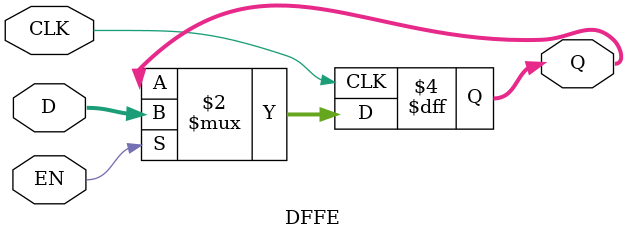
<source format=sv>
module DFFE #(
    parameter Width = 8
) (
    input wire CLK,
    input wire EN,
    input wire [Width-1:0] D,
    output reg [Width-1:0] Q
);

  always @(posedge CLK) begin : dff
    if (EN) begin
      Q <= D;
    end
  end

`ifndef SYNTHESIS

  DFFUncertainChecker #(
      .Width(Width)
  ) u_DFFUncertainChecker (
      .CLK(CLK),
      .EN (EN),
      .Q  (Q)
  );

`endif

endmodule

</source>
